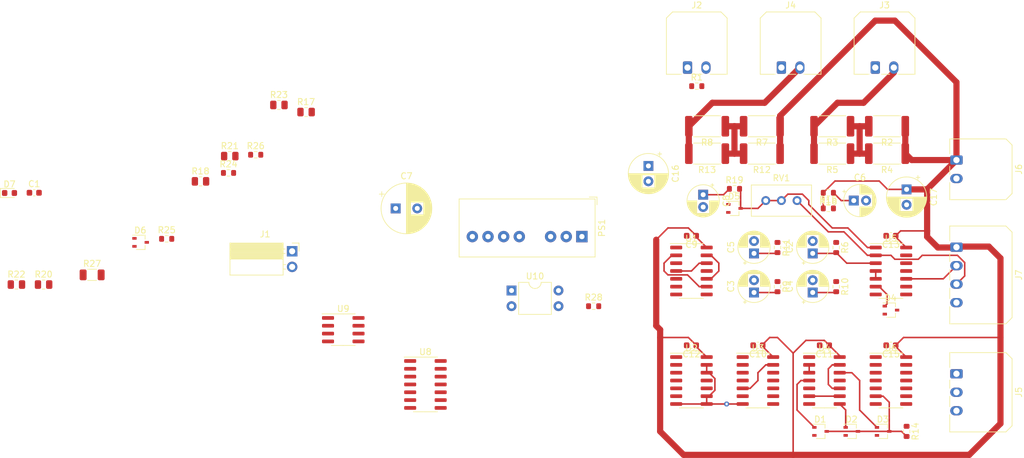
<source format=kicad_pcb>
(kicad_pcb (version 20211014) (generator pcbnew)
  (layers (0 "F.Cu" signal) (31 "B.Cu" signal) (34 "B.Paste" user) (35 "F.Paste" user) (36 "B.SilkS" user "B.Silkscreen") (37 "F.SilkS" user "F.Silkscreen") (38 "B.Mask" user) (39 "F.Mask" user) (44 "Edge.Cuts" user))
  (net 0 "")
  (net 1 "/HV_+12V")
  (net 2 "/HV_GND")
  (net 3 "+12V")
  (net 4 "GND")
  (net 5 "Net-(D1-Pad1)")
  (net 7 "Net-(D2-Pad1)")
  (net 8 "Net-(J1-Pad2)")
  (net 9 "Net-(C2-Pad1)")
  (net 10 "Net-(C3-Pad1)")
  (net 12 "Net-(C4-Pad1)")
  (net 13 "Net-(C5-Pad1)")
  (net 14 "Net-(C6-Pad1)")
  (net 15 "Net-(C8-Pad1)")
  (net 16 "Net-(D1-Pad3)")
  (net 17 "/VREF_2.5V")
  (net 18 "Net-(R10-Pad1)")
  (net 20 "Net-(R11-Pad1)")
  (net 21 "Net-(D3-Pad1)")
  (net 23 "Net-(D4-Pad1)")
  (net 25 "/~{HV_DETECTED}")
  (net 27 "Net-(D5-Pad3)")
  (net 28 "Net-(D6-Pad1)")
  (net 30 "Net-(D7-Pad1)")
  (net 31 "/~{PRCHG_MECH_ON}")
  (net 32 "/~{LOW_AIR_MECH_ON}")
  (net 33 "/~{HIGH_AIR_MECH_ON}")
  (net 34 "/HIGH_AIR_INTENDED_ON")
  (net 35 "/LOW_AIR_INTENDED_ON")
  (net 36 "/Implausibility and LED logic/GREEN_LED_ON")
  (net 37 "/Implausibility and LED logic/RED_LED_ON")
  (net 38 "Net-(R2-Pad2)")
  (net 39 "Net-(R6-Pad1)")
  (net 40 "Net-(R12-Pad2)")
  (net 41 "Net-(R9-Pad1)")
  (net 42 "Net-(R17-Pad2)")
  (net 43 "Net-(R18-Pad1)")
  (net 44 "Net-(R20-Pad2)")
  (net 45 "Net-(R21-Pad1)")
  (net 46 "Net-(R22-Pad2)")
  (net 47 "Net-(R27-Pad1)")
  (net 48 "Net-(R27-Pad2)")
  (net 49 "Net-(U1-Pad1)")
  (net 50 "Net-(U1-Pad12)")
  (net 51 "Net-(U1-Pad10)")
  (net 52 "Net-(U1-Pad11)")
  (net 53 "/PRCHG_INTENDED_ON")
  (net 54 "Net-(U2-Pad3)")
  (net 55 "Net-(U2-Pad4)")
  (net 56 "/Implausibility and LED logic/TS_UNSAFE")
  (net 57 "/Implausibility and LED logic/IMPLAUSIBLE")
  (net 60 "Net-(U4-Pad2)")
  (net 61 "Net-(U4-Pad6)")
  (net 62 "Net-(U4-Pad10)")
  (net 63 "Net-(U5-Pad4)")
  (net 65 "/Implausibility and LED logic/POR")
  (footprint "Resistor_SMD:R_2512_6332Metric" (layer "F.Cu") (at 161.925 38.1 180)
    (fp_text reference "R7")
    (fp_text value "82")
  )
  (footprint "Capacitor_SMD:C_0603_1608Metric" (layer "F.Cu") (at 161.29 73.66 180)
    (fp_text reference "C10")
    (fp_text value "100n")
  )
  (footprint "Package_SO:SOIC-14_3.9x8.7mm_P1.27mm" (layer "F.Cu") (at 172.085 79.375)
    (fp_text reference "U4")
    (fp_text value "40106")
  )
  (footprint "Capacitor_THT:CP_Radial_D5.0mm_P2.00mm" (layer "F.Cu") (at 170.18 65.090113 90)
    (fp_text reference "C4")
    (fp_text value "10u")
  )
  (footprint "Resistor_SMD:R_0603_1608Metric" (layer "F.Cu") (at 173.99 64.135001 -90)
    (fp_text reference "R10")
    (fp_text value "10k")
  )
  (footprint "Capacitor_THT:CP_Radial_D5.0mm_P2.00mm" (layer "F.Cu") (at 152.4 49.209888 -90)
    (fp_text reference "C8")
    (fp_text value "10u")
  )
  (footprint "Package_TO_SOT_SMD:SOT-323_SC-70" (layer "F.Cu") (at 61.085 56.945)
    (fp_text reference "D6")
    (fp_text value "BAT54W")
  )
  (footprint "Resistor_SMD:R_1206_3216Metric" (layer "F.Cu") (at 53.215 62.225)
    (fp_text reference "R27")
    (fp_text value "1k")
  )
  (footprint "Resistor_SMD:R_0805_2012Metric" (layer "F.Cu") (at 83.535 34.645)
    (fp_text reference "R23")
    (fp_text value "453k")
  )
  (footprint "LED_SMD:LED_0603_1608Metric" (layer "F.Cu") (at 39.805 48.935)
    (fp_text reference "D7")
    (fp_text value "LED")
  )
  (footprint "Resistor_SMD:R_0603_1608Metric" (layer "F.Cu") (at 185.42 87.63 -90)
    (fp_text reference "R14")
    (fp_text value "10k")
  )
  (footprint "Capacitor_THT:CP_Radial_D5.0mm_P2.00mm" (layer "F.Cu") (at 176.844888 50.165)
    (fp_text reference "C6")
    (fp_text value "10u")
  )
  (footprint "Package_SO:SOIC-14_3.9x8.7mm_P1.27mm" (layer "F.Cu") (at 182.88 79.375)
    (fp_text reference "U6")
    (fp_text value "4013")
  )
  (footprint "Package_TO_SOT_SMD:SOT-323_SC-70" (layer "F.Cu") (at 176.53 87.63)
    (fp_text reference "D2")
    (fp_text value "BAT54W")
  )
  (footprint "Resistor_SMD:R_0603_1608Metric" (layer "F.Cu") (at 65.315 56.375)
    (fp_text reference "R25")
    (fp_text value "150k")
  )
  (footprint "Capacitor_THT:CP_Radial_D5.0mm_P2.00mm" (layer "F.Cu") (at 160.655 65.090113 90)
    (fp_text reference "C3")
    (fp_text value "10u")
  )
  (footprint "Resistor_SMD:R_0603_1608Metric" (layer "F.Cu") (at 79.765 42.725)
    (fp_text reference "R26")
    (fp_text value "3.3k")
  )
  (footprint "Package_SO:SOIC-14_3.9x8.7mm_P1.27mm" (layer "F.Cu") (at 161.29 79.375)
    (fp_text reference "U3")
    (fp_text value "4081")
  )
  (footprint "Package_TO_SOT_SMD:SOT-323_SC-70" (layer "F.Cu") (at 182.88 67.945)
    (fp_text reference "D4")
    (fp_text value "BAT54W")
  )
  (footprint "Capacitor_SMD:C_0603_1608Metric" (layer "F.Cu") (at 150.495 73.66 180)
    (fp_text reference "C12")
    (fp_text value "100n")
  )
  (footprint "Connector_Molex:Molex_Micro-Fit_3.0_43650-0200_1x02_P3.00mm_Horizontal" (layer "F.Cu") (at 180.34 28.575)
    (fp_text reference "J3")
    (fp_text value "Conn_01x02")
  )
  (footprint "Resistor_SMD:R_0603_1608Metric" (layer "F.Cu") (at 157.48 48.26)
    (fp_text reference "R19")
    (fp_text value "10k")
  )
  (footprint "Package_DIP:DIP-4_W7.62mm" (layer "F.Cu") (at 121.295 64.765)
    (fp_text reference "U10")
    (fp_text value "140817141410")
  )
  (footprint "Resistor_SMD:R_2512_6332Metric" (layer "F.Cu") (at 182.245 42.545 180)
    (fp_text reference "R4")
    (fp_text value "82")
  )
  (footprint "Capacitor_THT:CP_Radial_D8.0mm_P3.50mm" (layer "F.Cu") (at 102.487349 51.435)
    (fp_text reference "C7")
    (fp_text value "22u")
  )
  (footprint "Resistor_SMD:R_0603_1608Metric" (layer "F.Cu") (at 164.465 64.135001 -90)
    (fp_text reference "R9")
    (fp_text value "10k")
  )
  (footprint "Connector_Molex:Molex_Micro-Fit_3.0_43650-0300_1x03_P3.00mm_Horizontal" (layer "F.Cu") (at 193.515 78.28 -90)
    (fp_text reference "J5")
    (fp_text value "Conn_01x03")
  )
  (footprint "Resistor_SMD:R_0603_1608Metric" (layer "F.Cu") (at 172.72 51.435)
    (fp_text reference "R15")
    (fp_text value "10k")
  )
  (footprint "Resistor_SMD:R_0805_2012Metric" (layer "F.Cu") (at 45.335 63.795)
    (fp_text reference "R20")
    (fp_text value "453k")
  )
  (footprint "Connector_Molex:Molex_Micro-Fit_3.0_43650-0200_1x02_P3.00mm_Horizontal" (layer "F.Cu") (at 193.515 43.585 -90)
    (fp_text reference "J6")
    (fp_text value "Conn_01x02")
  )
  (footprint "Capacitor_THT:CP_Radial_D5.0mm_P2.00mm" (layer "F.Cu") (at 160.655 58.740113 90)
    (fp_text reference "C5")
    (fp_text value "10u")
  )
  (footprint "Package_TO_SOT_SMD:SOT-323_SC-70" (layer "F.Cu") (at 171.45 87.63)
    (fp_text reference "D1")
    (fp_text value "BAT54W")
  )
  (footprint "Resistor_SMD:R_2512_6332Metric" (layer "F.Cu") (at 153.035 42.545 180)
    (fp_text reference "R13")
    (fp_text value "82")
  )
  (footprint "Connector_Molex:Molex_Micro-Fit_3.0_43650-0200_1x02_P3.00mm_Horizontal" (layer "F.Cu") (at 165.1 28.575)
    (fp_text reference "J4")
    (fp_text value "Conn_01x02")
  )
  (footprint "Capacitor_SMD:C_0603_1608Metric" (layer "F.Cu") (at 182.88 73.66 180)
    (fp_text reference "C15")
    (fp_text value "100n")
  )
  (footprint "Resistor_SMD:R_2512_6332Metric" (layer "F.Cu") (at 182.245 38.1 180)
    (fp_text reference "R2")
    (fp_text value "82")
  )
  (footprint "Resistor_SMD:R_0805_2012Metric" (layer "F.Cu") (at 40.925 63.795)
    (fp_text reference "R22")
    (fp_text value "453k")
  )
  (footprint "Resistor_SMD:R_0603_1608Metric" (layer "F.Cu") (at 151.36 31.59)
    (fp_text reference "R1")
    (fp_text value "10k")
  )
  (footprint "Resistor_SMD:R_0603_1608Metric" (layer "F.Cu") (at 173.99 57.785001 -90)
    (fp_text reference "R6")
    (fp_text value "100k")
  )
  (footprint "Package_TO_SOT_SMD:SOT-323_SC-70" (layer "F.Cu") (at 157.48 51.435)
    (fp_text reference "D5")
    (fp_text value "BAT54W")
  )
  (footprint "Package_TO_SOT_SMD:SOT-323_SC-70" (layer "F.Cu") (at 181.61 87.63)
    (fp_text reference "D3")
    (fp_text value "BAT54W")
  )
  (footprint "Resistor_SMD:R_0805_2012Metric" (layer "F.Cu") (at 87.945 35.795)
    (fp_text reference "R17")
    (fp_text value "453k")
  )
  (footprint "Resistor_SMD:R_2512_6332Metric" (layer "F.Cu") (at 153.035 38.1 180)
    (fp_text reference "R8")
    (fp_text value "82")
  )
  (footprint "Connector_PinSocket_2.54mm:PinSocket_1x02_P2.54mm_Horizontal" (layer "F.Cu") (at 85.68 58.39)
    (fp_text reference "J1")
    (fp_text value "Conn_01x02")
  )
  (footprint "Resistor_SMD:R_0603_1608Metric" (layer "F.Cu") (at 75.355 45.675)
    (fp_text reference "R24")
    (fp_text value "3.3k")
  )
  (footprint "footprints:MPWF1212S-3W" (layer "F.Cu") (at 132.715 56.01 -90)
    (fp_text reference "PS1")
    (fp_text value "MPWF1212S-3W")
  )
  (footprint "Resistor_SMD:R_2512_6332Metric" (layer "F.Cu") (at 173.355 38.1 180)
    (fp_text reference "R3")
    (fp_text value "82")
  )
  (footprint "Capacitor_SMD:C_0603_1608Metric" (layer "F.Cu") (at 43.815 48.895)
    (fp_text reference "C1")
    (fp_text value "100n")
  )
  (footprint "Resistor_SMD:R_2512_6332Metric" (layer "F.Cu") (at 161.925 42.545 180)
    (fp_text reference "R12")
    (fp_text value "82")
  )
  (footprint "Resistor_SMD:R_2512_6332Metric" (layer "F.Cu") (at 173.355 42.545 180)
    (fp_text reference "R5")
    (fp_text value "82")
  )
  (footprint "Connector_Molex:Molex_Micro-Fit_3.0_43650-0400_1x04_P3.00mm_Horizontal" (layer "F.Cu") (at 193.515 57.73 -90)
    (fp_text reference "J7")
    (fp_text value "Conn_01x04")
  )
  (footprint "Package_SO:SOIC-14_3.9x8.7mm_P1.27mm" (layer "F.Cu") (at 150.495 79.375)
    (fp_text reference "U2")
    (fp_text value "4071")
  )
  (footprint "Package_SO:SOIC-14_3.9x8.7mm_P1.27mm" (layer "F.Cu") (at 182.88 61.595)
    (fp_text reference "U5")
    (fp_text value "40106")
  )
  (footprint "Resistor_SMD:R_0603_1608Metric" (layer "F.Cu") (at 164.465 57.785001 -90)
    (fp_text reference "R11")
    (fp_text value "10k")
  )
  (footprint "Capacitor_THT:CP_Radial_D5.0mm_P2.00mm" (layer "F.Cu") (at 170.18 58.740113 90)
    (fp_text reference "C2")
    (fp_text value "10u")
  )
  (footprint "Capacitor_THT:CP_Radial_D6.3mm_P2.50mm" (layer "F.Cu") (at 185.42 48.347621 -90)
    (fp_text reference "C17")
    (fp_text value "100u")
  )
  (footprint "Connector_Molex:Molex_Micro-Fit_3.0_43650-0200_1x02_P3.00mm_Horizontal" (layer "F.Cu") (at 149.86 28.575)
    (fp_text reference "J2")
    (fp_text value "Conn_01x02")
  )
  (footprint "Resistor_SMD:R_0805_2012Metric" (layer "F.Cu") (at 70.805 47.045)
    (fp_text reference "R18")
    (fp_text value "453k")
  )
  (footprint "Package_SO:SOIC-8_3.9x4.9mm_P1.27mm" (layer "F.Cu") (at 93.98 71.12)
    (fp_text reference "U9")
    (fp_text value "TL431ACDT")
  )
  (footprint "Capacitor_THT:CP_Radial_D6.3mm_P2.50mm" (layer "F.Cu") (at 143.51 44.537621 -90)
    (fp_text reference "C16")
    (fp_text value "100u")
  )
  (footprint "Resistor_SMD:R_0603_1608Metric" (layer "F.Cu") (at 134.62 67.31)
    (fp_text reference "R28")
    (fp_text value "10k")
  )
  (footprint "Capacitor_SMD:C_0603_1608Metric" (layer "F.Cu") (at 182.88 55.88 180)
    (fp_text reference "C13")
    (fp_text value "100n")
  )
  (footprint "Resistor_SMD:R_0603_1608Metric" (layer "F.Cu") (at 172.72 48.895 180)
    (fp_text reference "R16")
    (fp_text value "10k")
  )
  (footprint "Package_SO:SOIC-14_3.9x8.7mm_P1.27mm" (layer "F.Cu") (at 107.315 80.01)
    (fp_text reference "U8")
    (fp_text value "TLV274")
  )
  (footprint "Capacitor_SMD:C_0603_1608Metric" (layer "F.Cu") (at 172.085 73.66 180)
    (fp_text reference "C11")
    (fp_text value "100n")
  )
  (footprint "Package_SO:SOIC-14_3.9x8.7mm_P1.27mm" (layer "F.Cu") (at 150.495 61.595)
    (fp_text reference "U1")
    (fp_text value "4081")
  )
  (footprint "Resistor_SMD:R_0805_2012Metric" (layer "F.Cu") (at 75.555 42.945)
    (fp_text reference "R21")
    (fp_text value "453k")
  )
  (footprint "Capacitor_SMD:C_0603_1608Metric" (layer "F.Cu") (at 150.495 55.88 180)
    (fp_text reference "C9")
    (fp_text value "100n")
  )
  (footprint "Potentiometer_THT:Potentiometer_Bourns_3296W_Vertical" (layer "F.Cu") (at 167.64 50.165)
    (fp_text reference "RV1")
    (fp_text value "470k")
  )
  (segment (start 183.655 55.88) (end 183.655 56.085) (width 0.25) (layer "F.Cu") (net 3))
  (segment (start 193.515 43.585) (end 186.2475 43.585) (width 1) (layer "F.Cu") (net 3))
  (segment (start 183.515 20.955) (end 180.34 20.955) (width 1) (layer "F.Cu") (net 3))
  (segment (start 183.655 56.085) (end 185.355 57.785) (width 0.25) (layer "F.Cu") (net 3))
  (segment (start 162.065 73.52) (end 163.195 72.39) (width 0.25) (layer "F.Cu") (net 3))
  (segment (start 183.655 55.88) (end 184.447379 55.087621) (width 0.25) (layer "F.Cu") (net 3))
  (segment (start 185.2075 42.545) (end 185.2075 38.1) (width 1) (layer "F.Cu") (net 3))
  (segment (start 164.8875 36.4075) (end 164.8875 38.1) (width 1) (layer "F.Cu") (net 3))
  (segment (start 144.78 70.485) (end 144.78 56.515) (width 1) (layer "F.Cu") (net 3))
  (segment (start 145.415 72.39) (end 145.415 71.12) (width 1) (layer "F.Cu") (net 3))
  (segment (start 151.27 56.085) (end 152.97 57.785) (width 0.25) (layer "F.Cu") (net 3))
  (segment (start 188.752379 48.347621) (end 188.752379 55.087621) (width 1) (layer "F.Cu") (net 3))
  (segment (start 164.8875 38.1) (end 164.8875 42.545) (width 1) (layer "F.Cu") (net 3))
  (segment (start 149.225 91.44) (end 145.415 87.63) (width 1) (layer "F.Cu") (net 3))
  (segment (start 186.2475 43.585) (end 185.2075 42.545) (width 1) (layer "F.Cu") (net 3))
  (segment (start 163.195 72.39) (end 164.465 72.39) (width 0.25) (layer "F.Cu") (net 3))
  (segment (start 183.655 73.865) (end 185.355 75.565) (width 0.25) (layer "F.Cu") (net 3))
  (segment (start 184.447379 55.087621) (end 188.752379 55.087621) (width 0.25) (layer "F.Cu") (net 3))
  (segment (start 162.065 73.66) (end 162.065 73.52) (width 0.25) (layer "F.Cu") (net 3))
  (segment (start 145.415 87.63) (end 145.415 72.39) (width 1) (layer "F.Cu") (net 3))
  (segment (start 174.56 75.565) (end 174.56 75.36) (width 0.25) (layer "F.Cu") (net 3))
  (segment (start 183.655 73.66) (end 183.655 73.865) (width 0.25) (layer "F.Cu") (net 3))
  (segment (start 184.925 72.39) (end 200.66 72.39) (width 0.25) (layer "F.Cu") (net 3))
  (segment (start 193.515 30.955) (end 183.515 20.955) (width 1) (layer "F.Cu") (net 3))
  (segment (start 190.5 57.785) (end 193.46 57.785) (width 1) (layer "F.Cu") (net 3))
  (segment (start 173.8 46.99) (end 180.975 46.99) (width 0.25) (layer "F.Cu") (net 3))
  (segment (start 151.27 55.88) (end 150 54.61) (width 0.25) (layer "F.Cu") (net 3))
  (segment (start 169.07452 72.86048) (end 167.005 74.93) (width 0.25) (layer "F.Cu") (net 3))
  (segment (start 193.515 57.73) (end 193.614521 57.630479) (width 1) (layer "F.Cu") (net 3))
  (segment (start 188.752379 55.087621) (end 188.752379 56.037379) (width 1) (layer "F.Cu") (net 3))
  (segment (start 200.66 59.523696) (end 200.66 72.39) (width 1) (layer "F.Cu") (net 3))
  (segment (start 171.895 48.895) (end 171.895 51.435) (width 0.25) (layer "F.Cu") (net 3))
  (segment (start 151.27 73.865) (end 152.97 75.565) (width 0.25) (layer "F.Cu") (net 3))
  (segment (start 150 72.39) (end 145.415 72.39) (width 0.25) (layer "F.Cu") (net 3))
  (segment (start 188.752379 48.347621) (end 185.42 48.347621) (width 1) (layer "F.Cu") (net 3))
  (segment (start 162.065 73.865) (end 163.765 75.565) (width 0.25) (layer "F.Cu") (net 3))
  (segment (start 200.66 72.39) (end 200.66 86.36) (width 1) (layer "F.Cu") (net 3))
  (segment (start 150 54.61) (end 146.685 54.61) (width 0.25) (layer "F.Cu") (net 3))
  (segment (start 171.895 48.895) (end 173.8 46.99) (width 0.25) (layer "F.Cu") (net 3))
  (segment (start 151.27 73.66) (end 150 72.39) (width 0.25) (layer "F.Cu") (net 3))
  (segment (start 188.752379 56.037379) (end 190.5 57.785) (width 1) (layer "F.Cu") (net 3))
  (segment (start 174.56 75.36) (end 172.86 73.66) (width 0.25) (layer "F.Cu") (net 3))
  (segment (start 193.515 43.585) (end 188.752379 48.347621) (width 1) (layer "F.Cu") (net 3))
  (segment (start 180.975 46.99) (end 182.332621 48.347621) (width 0.25) (layer "F.Cu") (net 3))
  (segment (start 193.614521 57.630479) (end 198.766783 57.630479) (width 1) (layer "F.Cu") (net 3))
  (segment (start 162.065 73.66) (end 162.065 73.865) (width 0.25) (layer "F.Cu") (net 3))
  (segment (start 172.06048 72.86048) (end 169.07452 72.86048) (width 0.25) (layer "F.Cu") (net 3))
  (segment (start 193.515 43.585) (end 193.515 30.955) (width 1) (layer "F.Cu") (net 3))
  (segment (start 164.465 72.39) (end 167.005 74.93) (width 0.25) (layer "F.Cu") (net 3))
  (segment (start 151.27 73.66) (end 151.27 73.865) (width 0.25) (layer "F.Cu") (net 3))
  (segment (start 182.332621 48.347621) (end 185.42 48.347621) (width 0.25) (layer "F.Cu") (net 3))
  (segment (start 183.655 73.66) (end 184.925 72.39) (width 0.25) (layer "F.Cu") (net 3))
  (segment (start 167.005 91.44) (end 149.225 91.44) (width 1) (layer "F.Cu") (net 3))
  (segment (start 167.005 74.93) (end 167.005 91.44) (width 0.25) (layer "F.Cu") (net 3))
  (segment (start 172.86 73.66) (end 172.06048 72.86048) (width 0.25) (layer "F.Cu") (net 3))
  (segment (start 151.27 55.88) (end 151.27 56.085) (width 0.25) (layer "F.Cu") (net 3))
  (segment (start 200.66 86.36) (end 195.58 91.44) (width 1) (layer "F.Cu") (net 3))
  (segment (start 145.415 71.12) (end 144.78 70.485) (width 1) (layer "F.Cu") (net 3))
  (segment (start 195.58 91.44) (end 167.005 91.44) (width 1) (layer "F.Cu") (net 3))
  (segment (start 193.46 57.785) (end 193.515 57.73) (width 1) (layer "F.Cu") (net 3))
  (segment (start 180.34 20.955) (end 164.8875 36.4075) (width 1) (layer "F.Cu") (net 3))
  (segment (start 146.685 54.61) (end 144.78 56.515) (width 0.25) (layer "F.Cu") (net 3))
  (segment (start 198.766783 57.630479) (end 200.66 59.523696) (width 1) (layer "F.Cu") (net 3))
  (segment (start 154.305 80.956072) (end 153.346072 81.915) (width 0.25) (layer "F.Cu") (net 4))
  (segment (start 152.97 78.105) (end 153.346072 78.105) (width 0.25) (layer "F.Cu") (net 4))
  (segment (start 152.97 83.185) (end 152.97 81.915) (width 0.25) (layer "F.Cu") (net 4))
  (segment (start 153.346072 81.915) (end 152.97 81.915) (width 0.25) (layer "F.Cu") (net 4))
  (segment (start 148.02 83.185) (end 152.97 83.185) (width 0.25) (layer "F.Cu") (net 4))
  (segment (start 152.97 83.185) (end 158.815 83.185) (width 0.25) (layer "F.Cu") (net 4))
  (segment (start 153.346072 78.105) (end 154.305 79.063928) (width 0.25) (layer "F.Cu") (net 4))
  (segment (start 154.305 79.063928) (end 154.305 80.956072) (width 0.25) (layer "F.Cu") (net 4))
  (segment (start 152.97 76.835) (end 152.97 78.105) (width 0.25) (layer "F.Cu") (net 4))
  (via (at 156.21 83.185) (size 0.8) (drill 0.4) (layers "F.Cu" "B.Cu") (net 4))
  (segment (start 167.64 84.17) (end 167.64 80.01) (width 0.25) (layer "F.Cu") (net 5))
  (segment (start 170.45 86.98) (end 167.64 84.17) (width 0.25) (layer "F.Cu") (net 5))
  (segment (start 168.275 79.375) (end 169.61 79.375) (width 0.25) (layer "F.Cu") (net 5))
  (segment (start 167.64 80.01) (end 168.275 79.375) (width 0.25) (layer "F.Cu") (net 5))
  (segment (start 175.53 84.155) (end 175.53 86.98) (width 0.25) (layer "F.Cu") (net 7))
  (segment (start 174.56 83.185) (end 175.53 84.155) (width 0.25) (layer "F.Cu") (net 7))
  (segment (start 173.859888 58.740113) (end 173.99 58.610001) (width 0.25) (layer "F.Cu") (net 9))
  (segment (start 175.704999 60.325) (end 173.99 58.610001) (width 0.25) (layer "F.Cu") (net 9))
  (segment (start 180.405 60.325) (end 175.704999 60.325) (width 0.25) (layer "F.Cu") (net 9))
  (segment (start 170.18 58.740113) (end 173.859888 58.740113) (width 0.25) (layer "F.Cu") (net 9))
  (segment (start 160.655 65.090113) (end 164.334888 65.090113) (width 0.25) (layer "F.Cu") (net 10))
  (segment (start 164.334888 65.090113) (end 164.465 64.960001) (width 0.25) (layer "F.Cu") (net 10))
  (segment (start 173.859888 65.090113) (end 173.99 64.960001) (width 0.25) (layer "F.Cu") (net 12))
  (segment (start 170.18 65.090113) (end 173.859888 65.090113) (width 0.25) (layer "F.Cu") (net 12))
  (segment (start 160.655 58.740113) (end 164.334888 58.740113) (width 0.25) (layer "F.Cu") (net 13))
  (segment (start 164.334888 58.740113) (end 164.465 58.610001) (width 0.25) (layer "F.Cu") (net 13))
  (segment (start 173.545 48.895) (end 174.815 50.165) (width 0.25) (layer "F.Cu") (net 14))
  (segment (start 174.815 50.165) (end 176.844888 50.165) (width 0.25) (layer "F.Cu") (net 14))
  (segment (start 155.705112 49.209888) (end 152.4 49.209888) (width 0.25) (layer "F.Cu") (net 15))
  (segment (start 156.655 48.26) (end 155.705112 49.209888) (width 0.25) (layer "F.Cu") (net 15))
  (segment (start 185.42 88.455) (end 184.595 87.63) (width 0.25) (layer "F.Cu") (net 16))
  (segment (start 177.165 87.63) (end 177.53 87.63) (width 0.25) (layer "F.Cu") (net 16))
  (segment (start 177.165 87.63) (end 182.61 87.63) (width 0.25) (layer "F.Cu") (net 16))
  (segment (start 180.405 81.915) (end 181.61 81.915) (width 0.25) (layer "F.Cu") (net 16))
  (segment (start 172.45 87.63) (end 177.165 87.63) (width 0.25) (layer "F.Cu") (net 16))
  (segment (start 184.595 87.63) (end 182.61 87.63) (width 0.25) (layer "F.Cu") (net 16))
  (segment (start 181.61 81.915) (end 182.61 82.915) (width 0.25) (layer "F.Cu") (net 16))
  (segment (start 182.61 82.915) (end 182.61 87.63) (width 0.25) (layer "F.Cu") (net 16))
  (segment (start 180.61 86.98) (end 177.8 84.17) (width 0.25) (layer "F.Cu") (net 21))
  (segment (start 177.8 84.17) (end 177.8 79.375) (width 0.25) (layer "F.Cu") (net 21))
  (segment (start 177.8 79.375) (end 176.53 78.105) (width 0.25) (layer "F.Cu") (net 21))
  (segment (start 176.53 78.105) (end 174.56 78.105) (width 0.25) (layer "F.Cu") (net 21))
  (segment (start 180.975 64.135) (end 182.245 65.405) (width 0.25) (layer "F.Cu") (net 23))
  (segment (start 182.245 65.405) (end 182.245 66.93) (width 0.25) (layer "F.Cu") (net 23))
  (segment (start 180.405 64.135) (end 180.975 64.135) (width 0.25) (layer "F.Cu") (net 23))
  (segment (start 182.245 66.93) (end 181.88 67.295) (width 0.25) (layer "F.Cu") (net 23))
  (segment (start 149.86 62.23) (end 151.765 64.135) (width 0.25) (layer "F.Cu") (net 25))
  (segment (start 146.685 62.23) (end 149.86 62.23) (width 0.25) (layer "F.Cu") (net 25))
  (segment (start 146.05 60.325) (end 146.05 61.595) (width 0.25) (layer "F.Cu") (net 25))
  (segment (start 148.02 59.055) (end 147.32 59.055) (width 0.25) (layer "F.Cu") (net 25))
  (segment (start 151.765 64.135) (end 152.97 64.135) (width 0.25) (layer "F.Cu") (net 25))
  (segment (start 147.32 59.055) (end 146.05 60.325) (width 0.25) (layer "F.Cu") (net 25))
  (segment (start 146.05 61.595) (end 146.685 62.23) (width 0.25) (layer "F.Cu") (net 25))
  (segment (start 158.48 48.435) (end 158.48 51.435) (width 0.25) (layer "F.Cu") (net 27))
  (segment (start 168.500489 49.120489) (end 166.144511 49.120489) (width 0.25) (layer "F.Cu") (net 27))
  (segment (start 169.545 50.165) (end 168.500489 49.120489) (width 0.25) (layer "F.Cu") (net 27))
  (segment (start 158.305 48.26) (end 158.48 48.435) (width 0.25) (layer "F.Cu") (net 27))
  (segment (start 162.56 50.165) (end 165.1 50.165) (width 0.25) (layer "F.Cu") (net 27))
  (segment (start 173.355 54.61) (end 169.545 50.8) (width 0.25) (layer "F.Cu") (net 27))
  (segment (start 169.545 50.8) (end 169.545 50.165) (width 0.25) (layer "F.Cu") (net 27))
  (segment (start 180.405 57.785) (end 179.07 57.785) (width 0.25) (layer "F.Cu") (net 27))
  (segment (start 179.07 57.785) (end 175.895 54.61) (width 0.25) (layer "F.Cu") (net 27))
  (segment (start 161.29 51.435) (end 162.56 50.165) (width 0.25) (layer "F.Cu") (net 27))
  (segment (start 166.144511 49.120489) (end 165.1 50.165) (width 0.25) (layer "F.Cu") (net 27))
  (segment (start 158.48 51.435) (end 161.29 51.435) (width 0.25) (layer "F.Cu") (net 27))
  (segment (start 175.895 54.61) (end 173.355 54.61) (width 0.25) (layer "F.Cu") (net 27))
  (segment (start 170.3925 38.1) (end 170.3925 42.545) (width 1) (layer "F.Cu") (net 32))
  (segment (start 174.2025 34.29) (end 178.435 34.29) (width 1) (layer "F.Cu") (net 32))
  (segment (start 183.34 29.385) (end 183.34 28.575) (width 1) (layer "F.Cu") (net 32))
  (segment (start 170.3925 38.1) (end 174.2025 34.29) (width 1) (layer "F.Cu") (net 32))
  (segment (start 178.435 34.29) (end 183.34 29.385) (width 1) (layer "F.Cu") (net 32))
  (segment (start 153.8825 34.29) (end 150.0725 38.1) (width 1) (layer "F.Cu") (net 33))
  (segment (start 168.1 28.575) (end 162.385 34.29) (width 1) (layer "F.Cu") (net 33))
  (segment (start 162.385 34.29) (end 153.8825 34.29) (width 1) (layer "F.Cu") (net 33))
  (segment (start 150.0725 38.1) (end 150.0725 42.545) (width 1) (layer "F.Cu") (net 33))
  (segment (start 158.815 80.645) (end 160.02 80.645) (width 0.25) (layer "F.Cu") (net 35))
  (segment (start 161.29 79.375) (end 161.29 78.105) (width 0.25) (layer "F.Cu") (net 35))
  (segment (start 162.56 76.835) (end 163.765 76.835) (width 0.25) (layer "F.Cu") (net 35))
  (segment (start 160.02 80.645) (end 161.29 79.375) (width 0.25) (layer "F.Cu") (net 35))
  (segment (start 161.29 78.105) (end 162.56 76.835) (width 0.25) (layer "F.Cu") (net 35))
  (segment (start 185.355 62.865) (end 191.38 62.865) (width 0.25) (layer "F.Cu") (net 36))
  (segment (start 191.38 62.865) (end 193.515 60.73) (width 0.25) (layer "F.Cu") (net 36))
  (segment (start 187.325 59.69) (end 183.515 59.69) (width 0.25) (layer "F.Cu") (net 37))
  (segment (start 172.72 55.245) (end 175.26 55.245) (width 0.25) (layer "F.Cu") (net 37))
  (segment (start 175.26 55.245) (end 179.07 59.055) (width 0.25) (layer "F.Cu") (net 37))
  (segment (start 182.88 59.055) (end 180.405 59.055) (width 0.25) (layer "F.Cu") (net 37))
  (segment (start 193.515 63.73) (end 194.84952 62.39548) (width 0.25) (layer "F.Cu") (net 37))
  (segment (start 193.675 59.055) (end 187.96 59.055) (width 0.25) (layer "F.Cu") (net 37))
  (segment (start 194.84952 60.22952) (end 193.675 59.055) (width 0.25) (layer "F.Cu") (net 37))
  (segment (start 179.07 59.055) (end 180.405 59.055) (width 0.25) (layer "F.Cu") (net 37))
  (segment (start 183.515 59.69) (end 182.88 59.055) (width 0.25) (layer "F.Cu") (net 37))
  (segment (start 194.84952 62.39548) (end 194.84952 60.22952) (width 0.25) (layer "F.Cu") (net 37))
  (segment (start 167.64 50.165) (end 172.72 55.245) (width 0.25) (layer "F.Cu") (net 37))
  (segment (start 187.96 59.055) (end 187.325 59.69) (width 0.25) (layer "F.Cu") (net 37))
  (segment (start 179.2825 42.545) (end 177.8 42.545) (width 1) (layer "F.Cu") (net 38))
  (segment (start 176.3175 38.1) (end 177.8 38.1) (width 1) (layer "F.Cu") (net 38))
  (segment (start 177.8 42.545) (end 176.3175 42.545) (width 1) (layer "F.Cu") (net 38))
  (segment (start 177.8 38.1) (end 179.2825 38.1) (width 1) (layer "F.Cu") (net 38))
  (segment (start 177.8 38.1) (end 177.8 42.545) (width 1) (layer "F.Cu") (net 38))
  (segment (start 155.9975 38.1) (end 157.48 38.1) (width 1) (layer "F.Cu") (net 40))
  (segment (start 157.48 38.1) (end 158.9625 38.1) (width 1) (layer "F.Cu") (net 40))
  (segment (start 157.48 42.545) (end 158.9625 42.545) (width 1) (layer "F.Cu") (net 40))
  (segment (start 157.48 38.1) (end 157.48 42.545) (width 1) (layer "F.Cu") (net 40))
  (segment (start 155.9975 42.545) (end 157.48 42.545) (width 1) (layer "F.Cu") (net 40))
  (segment (start 150.495 61.595) (end 148.02 61.595) (width 0.25) (layer "F.Cu") (net 50))
  (segment (start 152.97 60.325) (end 151.765 60.325) (width 0.25) (layer "F.Cu") (net 50))
  (segment (start 151.765 60.325) (end 150.495 61.595) (width 0.25) (layer "F.Cu") (net 50))
  (segment (start 152.97 59.055) (end 153.67 59.055) (width 0.25) (layer "F.Cu") (net 51))
  (segment (start 153.67 62.865) (end 152.97 62.865) (width 0.25) (layer "F.Cu") (net 51))
  (segment (start 154.94 60.325) (end 154.94 61.595) (width 0.25) (layer "F.Cu") (net 51))
  (segment (start 154.94 61.595) (end 153.67 62.865) (width 0.25) (layer "F.Cu") (net 51))
  (segment (start 153.67 59.055) (end 154.94 60.325) (width 0.25) (layer "F.Cu") (net 51))
  (segment (start 169.61 76.835) (end 169.61 78.105) (width 0.25) (layer "F.Cu") (net 60))
  (segment (start 169.61 81.915) (end 174.56 81.915) (width 0.25) (layer "F.Cu") (net 61))
  (segment (start 174.56 80.645) (end 173.355 80.645) (width 0.25) (layer "F.Cu") (net 62))
  (segment (start 172.72 80.01) (end 172.72 77.47) (width 0.25) (layer "F.Cu") (net 62))
  (segment (start 173.355 80.645) (end 172.72 80.01) (width 0.25) (layer "F.Cu") (net 62))
  (segment (start 173.355 76.835) (end 174.56 76.835) (width 0.25) (layer "F.Cu") (net 62))
  (segment (start 172.72 77.47) (end 173.355 76.835) (width 0.25) (layer "F.Cu") (net 62))
  (segment (start 180.405 61.595) (end 180.405 62.865) (width 0.25) (layer "F.Cu") (net 63))
)
</source>
